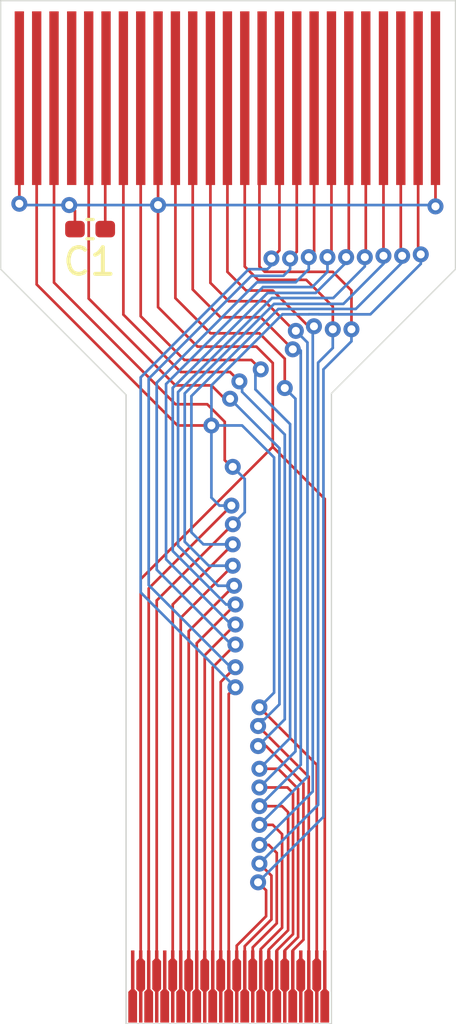
<source format=kicad_pcb>
(kicad_pcb (version 20241229) (generator "pcbnew") (generator_version "9.0")
  (layers (0 "F.Cu" signal) (2 "B.Cu" signal) (13 "F.Paste" user) (15 "B.Paste" user) (5 "F.SilkS" user "F.Silkscreen") (7 "B.SilkS" user "B.Silkscreen") (1 "F.Mask" user) (3 "B.Mask" user) (25 "Edge.Cuts" user))
  (net 0 "")
  (net 1 "/D5")
  (net 2 "/RES")
  (net 3 "/CS")
  (net 4 "/D6")
  (net 5 "/DC")
  (net 6 "Net-(J2-Pin_6)")
  (net 7 "/RD")
  (net 8 "/VCC")
  (net 9 "/D3")
  (net 10 "/VCOMH")
  (net 11 "/D4")
  (net 12 "/VSS")
  (net 13 "/D0")
  (net 14 "/D2")
  (net 15 "/BS1")
  (net 16 "/BS2")
  (net 17 "/D1")
  (net 18 "/D7")
  (net 19 "/IREF")
  (net 20 "/RW")
  (net 23 "/BS0")
  (net 24 "/VREF")
  (net 25 "/VCI")
  (footprint "SSD_disp:FFC25_0.3" (layer "F.Cu") (at 137.15 86.25 180)
    (property "Reference" "J1" (at 0 0 0) (layer "F.SilkS") (effects (font (size 0.001 0.001) (thickness 0.00025))))
    (property "Value" "TO_A1000")
    (pad "1" smd custom (at 7.2 0 180) (size 0.13 1.5) (layers "F.Cu" "F.Mask" "F.Paste") (options (clearance outline) (anchor rect)) (primitives (gr_poly (pts (xy -0.165 -1.95) (xy 0.165 -1.95) (xy 0.165 -0.8) (xy 0.065 -0.7) (xy 0.065 0.75) (xy -0.065 0.75) (xy -0.065 -0.7) (xy -0.165 -0.8) (xy -0.165 -1.95)) (width 0) (fill yes))))
    (pad "2" smd custom (at 6.9 0.6 180) (size 0.13 0.3) (layers "F.Cu" "F.Mask" "F.Paste") (net 12 "/VSS") (options (clearance outline) (anchor rect)) (primitives (gr_poly (pts (xy -0.065 -1.4) (xy -0.065 -2.55) (xy 0.065 -2.55) (xy 0.065 -1.4) (xy 0.165 -1.3) (xy 0.165 -0.25) (xy 0.065 -0.15) (xy 0.065 0.15) (xy -0.065 0.15) (xy -0.065 -0.15) (xy -0.165 -0.25) (xy -0.165 -1.3) (xy -0.065 -1.4)) (width 0) (fill yes))))
    (pad "3" smd custom (at 6.6 0 180) (size 0.13 1.5) (layers "F.Cu" "F.Mask" "F.Paste") (net 8 "/VCC") (options (clearance outline) (anchor rect)) (primitives (gr_poly (pts (xy -0.165 -1.95) (xy 0.165 -1.95) (xy 0.165 -0.8) (xy 0.065 -0.7) (xy 0.065 0.75) (xy -0.065 0.75) (xy -0.065 -0.7) (xy -0.165 -0.8) (xy -0.165 -1.95)) (width 0) (fill yes))))
    (pad "4" smd custom (at 6.3 0.6 180) (size 0.13 0.3) (layers "F.Cu" "F.Mask" "F.Paste") (net 10 "/VCOMH") (options (clearance outline) (anchor rect)) (primitives (gr_poly (pts (xy -0.065 -1.4) (xy -0.065 -2.55) (xy 0.065 -2.55) (xy 0.065 -1.4) (xy 0.165 -1.3) (xy 0.165 -0.25) (xy 0.065 -0.15) (xy 0.065 0.15) (xy -0.065 0.15) (xy -0.065 -0.15) (xy -0.165 -0.25) (xy -0.165 -1.3) (xy -0.065 -1.4)) (width 0) (fill yes))))
    (pad "5" smd custom (at 6 0 180) (size 0.13 1.5) (layers "F.Cu" "F.Mask" "F.Paste") (net 24 "/VREF") (options (clearance outline) (anchor rect)) (primitives (gr_poly (pts (xy -0.165 -1.95) (xy 0.165 -1.95) (xy 0.165 -0.8) (xy 0.065 -0.7) (xy 0.065 0.75) (xy -0.065 0.75) (xy -0.065 -0.7) (xy -0.165 -0.8) (xy -0.165 -1.95)) (width 0) (fill yes))))
    (pad "6" smd custom (at 5.7 0.6 180) (size 0.13 0.3) (layers "F.Cu" "F.Mask" "F.Paste") (net 18 "/D7") (options (clearance outline) (anchor rect)) (primitives (gr_poly (pts (xy -0.065 -1.4) (xy -0.065 -2.55) (xy 0.065 -2.55) (xy 0.065 -1.4) (xy 0.165 -1.3) (xy 0.165 -0.25) (xy 0.065 -0.15) (xy 0.065 0.15) (xy -0.065 0.15) (xy -0.065 -0.15) (xy -0.165 -0.25) (xy -0.165 -1.3) (xy -0.065 -1.4)) (width 0) (fill yes))))
    (pad "7" smd custom (at 5.4 0 180) (size 0.13 1.5) (layers "F.Cu" "F.Mask" "F.Paste") (net 4 "/D6") (options (clearance outline) (anchor rect)) (primitives (gr_poly (pts (xy -0.165 -1.95) (xy 0.165 -1.95) (xy 0.165 -0.8) (xy 0.065 -0.7) (xy 0.065 0.75) (xy -0.065 0.75) (xy -0.065 -0.7) (xy -0.165 -0.8) (xy -0.165 -1.95)) (width 0) (fill yes))))
    (pad "8" smd custom (at 5.1 0.6 180) (size 0.13 0.3) (layers "F.Cu" "F.Mask" "F.Paste") (net 1 "/D5") (options (clearance outline) (anchor rect)) (primitives (gr_poly (pts (xy -0.065 -1.4) (xy -0.065 -2.55) (xy 0.065 -2.55) (xy 0.065 -1.4) (xy 0.165 -1.3) (xy 0.165 -0.25) (xy 0.065 -0.15) (xy 0.065 0.15) (xy -0.065 0.15) (xy -0.065 -0.15) (xy -0.165 -0.25) (xy -0.165 -1.3) (xy -0.065 -1.4)) (width 0) (fill yes))))
    (pad "9" smd custom (at 4.8 0 180) (size 0.13 1.5) (layers "F.Cu" "F.Mask" "F.Paste") (net 11 "/D4") (options (clearance outline) (anchor rect)) (primitives (gr_poly (pts (xy -0.165 -1.95) (xy 0.165 -1.95) (xy 0.165 -0.8) (xy 0.065 -0.7) (xy 0.065 0.75) (xy -0.065 0.75) (xy -0.065 -0.7) (xy -0.165 -0.8) (xy -0.165 -1.95)) (width 0) (fill yes))))
    (pad "10" smd custom (at 4.5 0.6 180) (size 0.13 0.3) (layers "F.Cu" "F.Mask" "F.Paste") (net 9 "/D3") (options (clearance outline) (anchor rect)) (primitives (gr_poly (pts (xy -0.065 -1.4) (xy -0.065 -2.55) (xy 0.065 -2.55) (xy 0.065 -1.4) (xy 0.165 -1.3) (xy 0.165 -0.25) (xy 0.065 -0.15) (xy 0.065 0.15) (xy -0.065 0.15) (xy -0.065 -0.15) (xy -0.165 -0.25) (xy -0.165 -1.3) (xy -0.065 -1.4)) (width 0) (fill yes))))
    (pad "11" smd custom (at 4.2 0 180) (size 0.13 1.5) (layers "F.Cu" "F.Mask" "F.Paste") (net 14 "/D2") (options (clearance outline) (anchor rect)) (primitives (gr_poly (pts (xy -0.165 -1.95) (xy 0.165 -1.95) (xy 0.165 -0.8) (xy 0.065 -0.7) (xy 0.065 0.75) (xy -0.065 0.75) (xy -0.065 -0.7) (xy -0.165 -0.8) (xy -0.165 -1.95)) (width 0) (fill yes))))
    (pad "12" smd custom (at 3.9 0.6 180) (size 0.13 0.3) (layers "F.Cu" "F.Mask" "F.Paste") (net 17 "/D1") (options (clearance outline) (anchor rect)) (primitives (gr_poly (pts (xy -0.065 -1.4) (xy -0.065 -2.55) (xy 0.065 -2.55) (xy 0.065 -1.4) (xy 0.165 -1.3) (xy 0.165 -0.25) (xy 0.065 -0.15) (xy 0.065 0.15) (xy -0.065 0.15) (xy -0.065 -0.15) (xy -0.165 -0.25) (xy -0.165 -1.3) (xy -0.065 -1.4)) (width 0) (fill yes))))
    (pad "13" smd custom (at 3.6 0 180) (size 0.13 1.5) (layers "F.Cu" "F.Mask" "F.Paste") (net 13 "/D0") (options (clearance outline) (anchor rect)) (primitives (gr_poly (pts (xy -0.165 -1.95) (xy 0.165 -1.95) (xy 0.165 -0.8) (xy 0.065 -0.7) (xy 0.065 0.75) (xy -0.065 0.75) (xy -0.065 -0.7) (xy -0.165 -0.8) (xy -0.165 -1.95)) (width 0) (fill yes))))
    (pad "14" smd custom (at 3.3 0.6 180) (size 0.13 0.3) (layers "F.Cu" "F.Mask" "F.Paste") (net 7 "/RD") (options (clearance outline) (anchor rect)) (primitives (gr_poly (pts (xy -0.065 -1.4) (xy -0.065 -2.55) (xy 0.065 -2.55) (xy 0.065 -1.4) (xy 0.165 -1.3) (xy 0.165 -0.25) (xy 0.065 -0.15) (xy 0.065 0.15) (xy -0.065 0.15) (xy -0.065 -0.15) (xy -0.165 -0.25) (xy -0.165 -1.3) (xy -0.065 -1.4)) (width 0) (fill yes))))
    (pad "15" smd custom (at 3 0 180) (size 0.13 1.5) (layers "F.Cu" "F.Mask" "F.Paste") (net 20 "/RW") (options (clearance outline) (anchor rect)) (primitives (gr_poly (pts (xy -0.165 -1.95) (xy 0.165 -1.95) (xy 0.165 -0.8) (xy 0.065 -0.7) (xy 0.065 0.75) (xy -0.065 0.75) (xy -0.065 -0.7) (xy -0.165 -0.8) (xy -0.165 -1.95)) (width 0) (fill yes))))
    (pad "16" smd custom (at 2.7 0.6 180) (size 0.13 0.3) (layers "F.Cu" "F.Mask" "F.Paste") (net 5 "/DC") (options (clearance outline) (anchor rect)) (primitives (gr_poly (pts (xy -0.065 -1.4) (xy -0.065 -2.55) (xy 0.065 -2.55) (xy 0.065 -1.4) (xy 0.165 -1.3) (xy 0.165 -0.25) (xy 0.065 -0.15) (xy 0.065 0.15) (xy -0.065 0.15) (xy -0.065 -0.15) (xy -0.165 -0.25) (xy -0.165 -1.3) (xy -0.065 -1.4)) (width 0) (fill yes))))
    (pad "17" smd custom (at 2.4 0 180) (size 0.13 1.5) (layers "F.Cu" "F.Mask" "F.Paste") (net 2 "/RES") (options (clearance outline) (anchor rect)) (primitives (gr_poly (pts (xy -0.165 -1.95) (xy 0.165 -1.95) (xy 0.165 -0.8) (xy 0.065 -0.7) (xy 0.065 0.75) (xy -0.065 0.75) (xy -0.065 -0.7) (xy -0.165 -0.8) (xy -0.165 -1.95)) (width 0) (fill yes))))
    (pad "18" smd custom (at 2.1 0.6 180) (size 0.13 0.3) (layers "F.Cu" "F.Mask" "F.Paste") (net 3 "/CS") (options (clearance outline) (anchor rect)) (primitives (gr_poly (pts (xy -0.065 -1.4) (xy -0.065 -2.55) (xy 0.065 -2.55) (xy 0.065 -1.4) (xy 0.165 -1.3) (xy 0.165 -0.25) (xy 0.065 -0.15) (xy 0.065 0.15) (xy -0.065 0.15) (xy -0.065 -0.15) (xy -0.165 -0.25) (xy -0.165 -1.3) (xy -0.065 -1.4)) (width 0) (fill yes))))
    (pad "19" smd custom (at 1.8 0 180) (size 0.13 1.5) (layers "F.Cu" "F.Mask" "F.Paste") (net 19 "/IREF") (options (clearance outline) (anchor rect)) (primitives (gr_poly (pts (xy -0.165 -1.95) (xy 0.165 -1.95) (xy 0.165 -0.8) (xy 0.065 -0.7) (xy 0.065 0.75) (xy -0.065 0.75) (xy -0.065 -0.7) (xy -0.165 -0.8) (xy -0.165 -1.95)) (width 0) (fill yes))))
    (pad "20" smd custom (at 1.5 0.6 180) (size 0.13 0.3) (layers "F.Cu" "F.Mask" "F.Paste") (net 16 "/BS2") (options (clearance outline) (anchor rect)) (primitives (gr_poly (pts (xy -0.065 -1.4) (xy -0.065 -2.55) (xy 0.065 -2.55) (xy 0.065 -1.4) (xy 0.165 -1.3) (xy 0.165 -0.25) (xy 0.065 -0.15) (xy 0.065 0.15) (xy -0.065 0.15) (xy -0.065 -0.15) (xy -0.165 -0.25) (xy -0.165 -1.3) (xy -0.065 -1.4)) (width 0) (fill yes))))
    (pad "21" smd custom (at 1.2 0 180) (size 0.13 1.5) (layers "F.Cu" "F.Mask" "F.Paste") (net 15 "/BS1") (options (clearance outline) (anchor rect)) (primitives (gr_poly (pts (xy -0.165 -1.95) (xy 0.165 -1.95) (xy 0.165 -0.8) (xy 0.065 -0.7) (xy 0.065 0.75) (xy -0.065 0.75) (xy -0.065 -0.7) (xy -0.165 -0.8) (xy -0.165 -1.95)) (width 0) (fill yes))))
    (pad "22" smd custom (at 0.9 0.6 180) (size 0.13 0.3) (layers "F.Cu" "F.Mask" "F.Paste") (net 23 "/BS0") (options (clearance outline) (anchor rect)) (primitives (gr_poly (pts (xy -0.065 -1.4) (xy -0.065 -2.55) (xy 0.065 -2.55) (xy 0.065 -1.4) (xy 0.165 -1.3) (xy 0.165 -0.25) (xy 0.065 -0.15) (xy 0.065 0.15) (xy -0.065 0.15) (xy -0.065 -0.15) (xy -0.165 -0.25) (xy -0.165 -1.3) (xy -0.065 -1.4)) (width 0) (fill yes))))
    (pad "23" smd custom (at 0.6 0 180) (size 0.13 1.5) (layers "F.Cu" "F.Mask" "F.Paste") (net 25 "/VCI") (options (clearance outline) (anchor rect)) (primitives (gr_poly (pts (xy -0.165 -1.95) (xy 0.165 -1.95) (xy 0.165 -0.8) (xy 0.065 -0.7) (xy 0.065 0.75) (xy -0.065 0.75) (xy -0.065 -0.7) (xy -0.165 -0.8) (xy -0.165 -1.95)) (width 0) (fill yes))))
    (pad "24" smd custom (at 0.3 0.6 180) (size 0.13 0.3) (layers "F.Cu" "F.Mask" "F.Paste") (net 8 "/VCC") (options (clearance outline) (anchor rect)) (primitives (gr_poly (pts (xy -0.065 -1.4) (xy -0.065 -2.55) (xy 0.065 -2.55) (xy 0.065 -1.4) (xy 0.165 -1.3) (xy 0.165 -0.25) (xy 0.065 -0.15) (xy 0.065 0.15) (xy -0.065 0.15) (xy -0.065 -0.15) (xy -0.165 -0.25) (xy -0.165 -1.3) (xy -0.065 -1.4)) (width 0) (fill yes))))
    (pad "25" smd custom (at 0 0 180) (size 0.13 1.5) (layers "F.Cu" "F.Mask" "F.Paste") (net 12 "/VSS") (options (clearance outline) (anchor rect)) (primitives (gr_poly (pts (xy -0.165 -1.95) (xy 0.165 -1.95) (xy 0.165 -0.8) (xy 0.065 -0.7) (xy 0.065 0.75) (xy -0.065 0.75) (xy -0.065 -0.7) (xy -0.165 -0.8) (xy -0.165 -1.95)) (width 0) (fill yes))))
  )
  (footprint "SSD_disp:SSD1327_ribbon" (layer "F.Cu") (at 135.85 51.35)
    (property "Reference" "J2" (hide yes))
    (property "Value" "TO_SSD1327" (hide yes))
    (pad "1" smd rect (at -10.15 2.25) (size 0.35 6.5) (layers "F.Cu" "F.Mask" "F.Paste") (net 12 "/VSS"))
    (pad "2" smd rect (at -9.5 2.25) (size 0.35 6.5) (layers "F.Cu" "F.Mask" "F.Paste") (net 8 "/VCC"))
    (pad "3" smd rect (at -8.85 2.25) (size 0.35 6.5) (layers "F.Cu" "F.Mask" "F.Paste") (net 10 "/VCOMH"))
    (pad "4" smd rect (at -8.1875 2.25) (size 0.35 6.5) (layers "F.Cu" "F.Mask" "F.Paste"))
    (pad "5" smd rect (at -7.55 2.25) (size 0.35 6.5) (layers "F.Cu" "F.Mask" "F.Paste") (net 25 "/VCI"))
    (pad "6" smd rect (at -6.9 2.25) (size 0.35 6.5) (layers "F.Cu" "F.Mask" "F.Paste") (net 6 "Net-(J2-Pin_6)"))
    (pad "7" smd rect (at -6.25 2.25) (size 0.35 6.5) (layers "F.Cu" "F.Mask" "F.Paste") (net 15 "/BS1"))
    (pad "8" smd rect (at -5.6 2.25) (size 0.35 6.5) (layers "F.Cu" "F.Mask" "F.Paste") (net 16 "/BS2"))
    (pad "9" smd rect (at -4.95 2.25) (size 0.35 6.5) (layers "F.Cu" "F.Mask" "F.Paste") (net 12 "/VSS"))
    (pad "10" smd rect (at -4.3 2.25) (size 0.35 6.5) (layers "F.Cu" "F.Mask" "F.Paste") (net 19 "/IREF"))
    (pad "11" smd rect (at -3.65 2.25) (size 0.35 6.5) (layers "F.Cu" "F.Mask" "F.Paste") (net 3 "/CS"))
    (pad "12" smd rect (at -2.9875 2.25) (size 0.35 6.5) (layers "F.Cu" "F.Mask" "F.Paste") (net 2 "/RES"))
    (pad "13" smd rect (at -2.35 2.25) (size 0.35 6.5) (layers "F.Cu" "F.Mask" "F.Paste") (net 5 "/DC"))
    (pad "14" smd rect (at -1.7 2.25) (size 0.35 6.5) (layers "F.Cu" "F.Mask" "F.Paste") (net 20 "/RW"))
    (pad "15" smd rect (at -1.05 2.25) (size 0.35 6.5) (layers "F.Cu" "F.Mask" "F.Paste") (net 7 "/RD"))
    (pad "16" smd rect (at -0.4 2.25) (size 0.35 6.5) (layers "F.Cu" "F.Mask" "F.Paste") (net 13 "/D0"))
    (pad "17" smd rect (at 0.25 2.25) (size 0.35 6.5) (layers "F.Cu" "F.Mask" "F.Paste") (net 17 "/D1"))
    (pad "18" smd rect (at 0.9 2.25) (size 0.35 6.5) (layers "F.Cu" "F.Mask" "F.Paste") (net 14 "/D2"))
    (pad "19" smd rect (at 1.55 2.25) (size 0.35 6.5) (layers "F.Cu" "F.Mask" "F.Paste") (net 9 "/D3"))
    (pad "20" smd rect (at 2.2 2.25) (size 0.35 6.5) (layers "F.Cu" "F.Mask" "F.Paste") (net 11 "/D4"))
    (pad "21" smd rect (at 2.8375 2.25) (size 0.35 6.5) (layers "F.Cu" "F.Mask" "F.Paste") (net 1 "/D5"))
    (pad "22" smd rect (at 3.5 2.25) (size 0.35 6.5) (layers "F.Cu" "F.Mask" "F.Paste") (net 4 "/D6"))
    (pad "23" smd rect (at 4.15 2.25) (size 0.35 6.5) (layers "F.Cu" "F.Mask" "F.Paste") (net 18 "/D7"))
    (pad "24" smd rect (at 4.8 2.25) (size 0.35 6.5) (layers "F.Cu" "F.Mask" "F.Paste") (net 8 "/VCC"))
    (pad "25" smd rect (at 5.45 2.25) (size 0.35 6.5) (layers "F.Cu" "F.Mask" "F.Paste") (net 12 "/VSS"))
  )
  (footprint "Capacitor_SMD:C_0402_1005Metric_Pad0.74x0.62mm_HandSolder" (layer "F.Cu") (at 128.3525 58.5)
    (property "Reference" "C1" (at -0.0225 1.22 0) (layer "F.SilkS"))
    (property "Value" "1uF")
    (fp_line (start -0.115835 -0.36) (end 0.115835 -0.36) (stroke (width 0.12)) (layer "F.SilkS"))
    (fp_line (start -0.115835 0.36) (end 0.115835 0.36) (stroke (width 0.12)) (layer "F.SilkS"))
    (pad "1" smd roundrect (at -0.5675 0) (size 0.735 0.62) (layers "F.Cu" "F.Mask" "F.Paste") (net 12 "/VSS"))
    (pad "2" smd roundrect (at 0.5675 0) (size 0.735 0.62) (layers "F.Cu" "F.Mask" "F.Paste") (net 6 "Net-(J2-Pin_6)"))
  )
  (gr_line (start 142.05 60) (end 137.4 64.65) (stroke (width 0.05)) (layer "Edge.Cuts"))
  (gr_line (start 125 49.95) (end 142.05 49.95) (stroke (width 0.05)) (layer "Edge.Cuts"))
  (gr_line (start 137.4 64.65) (end 137.4 88.25) (stroke (width 0.05)) (layer "Edge.Cuts"))
  (gr_line (start 125 49.95) (end 125 60) (stroke (width 0.05)) (layer "Edge.Cuts"))
  (gr_line (start 125 60) (end 129.7 64.7) (stroke (width 0.05)) (layer "Edge.Cuts"))
  (gr_line (start 142.05 49.95) (end 142.05 60) (stroke (width 0.05)) (layer "Edge.Cuts"))
  (gr_line (start 137.4 88.25) (end 129.7 88.25) (stroke (width 0.05)) (layer "Edge.Cuts"))
  (gr_line (start 129.7 88.25) (end 129.7 64.7) (stroke (width 0.05)) (layer "Edge.Cuts"))
  (segment (start 132.05 85.65) (end 132.05 73.55) (width 0.1) (layer "F.Cu") (net 1))
  (segment (start 132.05 73.55) (end 133.75 71.85) (width 0.1) (layer "F.Cu") (net 1))
  (segment (start 138.6875 59.512509) (end 138.6875 53.6) (width 0.1) (layer "F.Cu") (net 1))
  (segment (start 138.650009 59.55) (end 138.6875 59.512509) (width 0.1) (layer "F.Cu") (net 1))
  (via (at 138.650009 59.55) (size 0.6) (drill 0.3) (layers "F.Cu" "B.Cu") (net 1))
  (via (at 133.75 71.85) (size 0.6) (drill 0.3) (layers "F.Cu" "B.Cu") (net 1))
  (segment (start 137.47 61.08) (end 138.650009 59.899991) (width 0.1) (layer "B.Cu") (net 1))
  (segment (start 133.148601 71.85) (end 131.65 70.351399) (width 0.1) (layer "B.Cu") (net 1))
  (segment (start 135.17 61.08) (end 137.47 61.08) (width 0.1) (layer "B.Cu") (net 1))
  (segment (start 131.65 70.351399) (end 131.65 64.6) (width 0.1) (layer "B.Cu") (net 1))
  (segment (start 133.75 71.85) (end 133.148601 71.85) (width 0.1) (layer "B.Cu") (net 1))
  (segment (start 138.650009 59.899991) (end 138.650009 59.55) (width 0.1) (layer "B.Cu") (net 1))
  (segment (start 131.65 64.6) (end 135.17 61.08) (width 0.1) (layer "B.Cu") (net 1))
  (segment (start 136.06508 62.309522) (end 136.009522 62.309522) (width 0.1) (layer "F.Cu") (net 2))
  (segment (start 134.75 86.25) (end 134.75 85.45) (width 0.1) (layer "F.Cu") (net 2))
  (segment (start 136.009522 62.309522) (end 134.9 61.2) (width 0.1) (layer "F.Cu") (net 2))
  (segment (start 134.9 61.2) (end 133.55 61.2) (width 0.1) (layer "F.Cu") (net 2))
  (segment (start 135.55 81.15) (end 135.2 80.8) (width 0.1) (layer "F.Cu") (net 2))
  (segment (start 132.8625 60.5125) (end 132.8625 53.6) (width 0.1) (layer "F.Cu") (net 2))
  (segment (start 134.75 85.45) (end 135.55 84.65) (width 0.1) (layer "F.Cu") (net 2))
  (segment (start 135.55 84.65) (end 135.55 81.15) (width 0.1) (layer "F.Cu") (net 2))
  (segment (start 133.55 61.2) (end 132.8625 60.5125) (width 0.1) (layer "F.Cu") (net 2))
  (segment (start 135.2 80.8) (end 134.7 80.8) (width 0.1) (layer "F.Cu") (net 2))
  (via (at 134.7 80.8) (size 0.6) (drill 0.3) (layers "F.Cu" "B.Cu") (net 2))
  (via (at 136.06508 62.309522) (size 0.6) (drill 0.3) (layers "F.Cu" "B.Cu") (net 2))
  (segment (start 136.235557 62.139045) (end 136.235557 62.479999) (width 0.1) (layer "B.Cu") (net 2))
  (segment (start 136.235557 62.479999) (end 136.5 62.744442) (width 0.1) (layer "B.Cu") (net 2))
  (segment (start 136.5 79) (end 134.7 80.8) (width 0.1) (layer "B.Cu") (net 2))
  (segment (start 136.5 62.744442) (end 136.5 79) (width 0.1) (layer "B.Cu") (net 2))
  (segment (start 136.06508 62.309522) (end 136.235557 62.139045) (width 0.1) (layer "B.Cu") (net 2))
  (segment (start 135.775 80.325) (end 135.55 80.1) (width 0.1) (layer "F.Cu") (net 3))
  (segment (start 132.2 60.759844) (end 132.2 53.6) (width 0.1) (layer "F.Cu") (net 3))
  (segment (start 134.75 61.8) (end 133.240156 61.8) (width 0.1) (layer "F.Cu") (net 3))
  (segment (start 133.240156 61.8) (end 132.2 60.759844) (width 0.1) (layer "F.Cu") (net 3))
  (segment (start 135.95 63) (end 134.75 61.8) (width 0.1) (layer "F.Cu") (net 3))
  (segment (start 135.775 84.745) (end 135.775 80.325) (width 0.1) (layer "F.Cu") (net 3))
  (segment (start 135.05 85.47) (end 135.775 84.745) (width 0.1) (layer "F.Cu") (net 3))
  (segment (start 135.55 80.1) (end 134.7 80.1) (width 0.1) (layer "F.Cu") (net 3))
  (segment (start 135.05 85.65) (end 135.05 85.47) (width 0.1) (layer "F.Cu") (net 3))
  (via (at 135.95 63) (size 0.6) (drill 0.3) (layers "F.Cu" "B.Cu") (net 3))
  (via (at 134.7 80.1) (size 0.6) (drill 0.3) (layers "F.Cu" "B.Cu") (net 3))
  (segment (start 135.95 63) (end 136.2 63) (width 0.1) (layer "B.Cu") (net 3))
  (segment (start 136.2 63) (end 136.25 63.05) (width 0.1) (layer "B.Cu") (net 3))
  (segment (start 136.25 78.55) (end 134.7 80.1) (width 0.1) (layer "B.Cu") (net 3))
  (segment (start 136.25 63.05) (end 136.25 78.55) (width 0.1) (layer "B.Cu") (net 3))
  (segment (start 131.75 86.25) (end 131.75 73.05) (width 0.1) (layer "F.Cu") (net 4))
  (segment (start 139.35 59.5) (end 139.35 53.6) (width 0.1) (layer "F.Cu") (net 4))
  (segment (start 131.75 73.05) (end 133.7 71.1) (width 0.1) (layer "F.Cu") (net 4))
  (via (at 133.7 71.1) (size 0.6) (drill 0.3) (layers "F.Cu" "B.Cu") (net 4))
  (via (at 139.35 59.5) (size 0.6) (drill 0.3) (layers "F.Cu" "B.Cu") (net 4))
  (segment (start 132.8 71.1) (end 131.9 70.2) (width 0.1) (layer "B.Cu") (net 4))
  (segment (start 137.85 61.3) (end 139.35 59.8) (width 0.1) (layer "B.Cu") (net 4))
  (segment (start 131.9 64.65) (end 135.25 61.3) (width 0.1) (layer "B.Cu") (net 4))
  (segment (start 135.25 61.3) (end 137.85 61.3) (width 0.1) (layer "B.Cu") (net 4))
  (segment (start 133.7 71.1) (end 132.8 71.1) (width 0.1) (layer "B.Cu") (net 4))
  (segment (start 139.35 59.8) (end 139.35 59.5) (width 0.1) (layer "B.Cu") (net 4))
  (segment (start 131.9 70.2) (end 131.9 64.65) (width 0.1) (layer "B.Cu") (net 4))
  (segment (start 134.45 85.385) (end 135.35 84.485) (width 0.1) (layer "F.Cu") (net 5))
  (segment (start 136.743982 62.13895) (end 136.53895 62.13895) (width 0.1) (layer "F.Cu") (net 5))
  (segment (start 134.2 60.8) (end 133.5 60.1) (width 0.1) (layer "F.Cu") (net 5))
  (segment (start 136.53895 62.13895) (end 135.2 60.8) (width 0.1) (layer "F.Cu") (net 5))
  (segment (start 135.35 84.485) (end 135.35 81.85) (width 0.1) (layer "F.Cu") (net 5))
  (segment (start 134.45 85.65) (end 134.45 85.385) (width 0.1) (layer "F.Cu") (net 5))
  (segment (start 133.5 60.1) (end 133.5 53.6) (width 0.1) (layer "F.Cu") (net 5))
  (segment (start 135.05 81.55) (end 134.7 81.55) (width 0.1) (layer "F.Cu") (net 5))
  (segment (start 135.2 60.8) (end 134.2 60.8) (width 0.1) (layer "F.Cu") (net 5))
  (segment (start 135.35 81.85) (end 135.05 81.55) (width 0.1) (layer "F.Cu") (net 5))
  (via (at 136.743982 62.13895) (size 0.6) (drill 0.3) (layers "F.Cu" "B.Cu") (net 5))
  (via (at 134.7 81.55) (size 0.6) (drill 0.3) (layers "F.Cu" "B.Cu") (net 5))
  (segment (start 136.7 79.55) (end 134.7 81.55) (width 0.1) (layer "B.Cu") (net 5))
  (segment (start 136.7 62.182932) (end 136.7 79.55) (width 0.1) (layer "B.Cu") (net 5))
  (segment (start 136.743982 62.13895) (end 136.7 62.182932) (width 0.1) (layer "B.Cu") (net 5))
  (segment (start 128.89 53.66) (end 128.95 53.6) (width 0.1) (layer "F.Cu") (net 6))
  (segment (start 128.92 58.5) (end 128.92 53.63) (width 0.1) (layer "F.Cu") (net 6))
  (segment (start 128.92 53.63) (end 128.95 53.6) (width 0.1) (layer "F.Cu") (net 6))
  (segment (start 138.15 60.8) (end 137.45 60.1) (width 0.1) (layer "F.Cu") (net 7))
  (segment (start 134.95 84.22) (end 134.95 83.25) (width 0.1) (layer "F.Cu") (net 7))
  (segment (start 134.7 59.9) (end 134.7 53.7) (width 0.1) (layer "F.Cu") (net 7))
  (segment (start 134.7 53.7) (end 134.8 53.6) (width 0.1) (layer "F.Cu") (net 7))
  (segment (start 137.45 60.1) (end 134.9 60.1) (width 0.1) (layer "F.Cu") (net 7))
  (segment (start 134.95 83.25) (end 134.65 82.95) (width 0.1) (layer "F.Cu") (net 7))
  (segment (start 138.15 62.25) (end 138.15 60.8) (width 0.1) (layer "F.Cu") (net 7))
  (segment (start 134.9 60.1) (end 134.7 59.9) (width 0.1) (layer "F.Cu") (net 7))
  (segment (start 133.85 85.65) (end 133.85 85.32) (width 0.1) (layer "F.Cu") (net 7))
  (segment (start 133.85 85.32) (end 134.95 84.22) (width 0.1) (layer "F.Cu") (net 7))
  (via (at 138.15 62.25) (size 0.6) (drill 0.3) (layers "F.Cu" "B.Cu") (net 7))
  (via (at 134.65 82.95) (size 0.6) (drill 0.3) (layers "F.Cu" "B.Cu") (net 7))
  (segment (start 137.1 80.5) (end 134.65 82.95) (width 0.1) (layer "B.Cu") (net 7))
  (segment (start 138.15 62.7) (end 137.1 63.75) (width 0.1) (layer "B.Cu") (net 7))
  (segment (start 137.1 63.75) (end 137.1 80.5) (width 0.1) (layer "B.Cu") (net 7))
  (segment (start 138.15 62.25) (end 138.15 62.7) (width 0.1) (layer "B.Cu") (net 7))
  (segment (start 126.35 60.570768) (end 126.35 53.6) (width 0.1) (layer "F.Cu") (net 8))
  (segment (start 132.9 65.85) (end 131.629232 65.85) (width 0.1) (layer "F.Cu") (net 8))
  (segment (start 130.55 86.25) (end 130.55 71.95) (width 0.1) (layer "F.Cu") (net 8))
  (segment (start 130.55 71.95) (end 133.65 68.85) (width 0.1) (layer "F.Cu") (net 8))
  (segment (start 140.65 59.348369) (end 140.747943 59.446312) (width 0.1) (layer "F.Cu") (net 8))
  (segment (start 136.85 78.55) (end 134.7 76.4) (width 0.1) (layer "F.Cu") (net 8))
  (segment (start 140.65 53.6) (end 140.65 59.348369) (width 0.1) (layer "F.Cu") (net 8))
  (segment (start 126.388293 53.638293) (end 126.35 53.6) (width 0.1) (layer "F.Cu") (net 8))
  (segment (start 136.85 85.65) (end 136.85 78.55) (width 0.1) (layer "F.Cu") (net 8))
  (segment (start 131.629232 65.85) (end 126.35 60.570768) (width 0.1) (layer "F.Cu") (net 8))
  (via (at 134.7 76.4) (size 0.6) (drill 0.3) (layers "F.Cu" "B.Cu") (net 8))
  (via (at 140.747943 59.446312) (size 0.6) (drill 0.3) (layers "F.Cu" "B.Cu") (net 8))
  (via (at 132.9 65.85) (size 0.6) (drill 0.3) (layers "F.Cu" "B.Cu") (net 8))
  (via (at 133.65 68.85) (size 0.6) (drill 0.3) (layers "F.Cu" "B.Cu") (net 8))
  (segment (start 133.65 68.85) (end 133.2 68.85) (width 0.1) (layer "B.Cu") (net 8))
  (segment (start 132.9 65.85) (end 134.05 65.85) (width 0.1) (layer "B.Cu") (net 8))
  (segment (start 134.05 65.85) (end 135.25 67.05) (width 0.1) (layer "B.Cu") (net 8))
  (segment (start 136.932843 61.69) (end 138.86 61.69) (width 0.1) (layer "B.Cu") (net 8))
  (segment (start 140.75 59.8) (end 140.75 59.446312) (width 0.1) (layer "B.Cu") (net 8))
  (segment (start 140.75 59.446312) (end 140.747943 59.446312) (width 0.1) (layer "B.Cu") (net 8))
  (segment (start 135.25 75.85) (end 134.7 76.4) (width 0.1) (layer "B.Cu") (net 8))
  (segment (start 133.2 68.85) (end 132.9 68.55) (width 0.1) (layer "B.Cu") (net 8))
  (segment (start 138.86 61.69) (end 140.75 59.8) (width 0.1) (layer "B.Cu") (net 8))
  (segment (start 135.25 67.05) (end 135.25 75.85) (width 0.1) (layer "B.Cu") (net 8))
  (segment (start 136.557171 61.68795) (end 136.930793 61.68795) (width 0.1) (layer "B.Cu") (net 8))
  (segment (start 132.9 68.55) (end 132.9 64.35) (width 0.1) (layer "B.Cu") (net 8))
  (segment (start 135.56 61.69) (end 136.555121 61.69) (width 0.1) (layer "B.Cu") (net 8))
  (segment (start 132.9 64.35) (end 135.56 61.69) (width 0.1) (layer "B.Cu") (net 8))
  (segment (start 136.555121 61.69) (end 136.557171 61.68795) (width 0.1) (layer "B.Cu") (net 8))
  (segment (start 136.930793 61.68795) (end 136.932843 61.69) (width 0.1) (layer "B.Cu") (net 8))
  (segment (start 132.65 85.65) (end 132.65 74.45) (width 0.1) (layer "F.Cu") (net 9))
  (segment (start 137.4 59.400003) (end 137.4 53.6) (width 0.1) (layer "F.Cu") (net 9))
  (segment (start 132.65 74.45) (end 133.8 73.3) (width 0.1) (layer "F.Cu") (net 9))
  (segment (start 137.250003 59.55) (end 137.4 59.400003) (width 0.1) (layer "F.Cu") (net 9))
  (via (at 133.8 73.3) (size 0.6) (drill 0.3) (layers "F.Cu" "B.Cu") (net 9))
  (via (at 137.250003 59.55) (size 0.6) (drill 0.3) (layers "F.Cu" "B.Cu") (net 9))
  (segment (start 131.2 70.859735) (end 131.2 64.3) (width 0.1) (layer "B.Cu") (net 9))
  (segment (start 136.68 60.67) (end 137.250003 60.099997) (width 0.1) (layer "B.Cu") (net 9))
  (segment (start 133.8 73.3) (end 133.640265 73.3) (width 0.1) (layer "B.Cu") (net 9))
  (segment (start 137.250003 60.099997) (end 137.250003 59.55) (width 0.1) (layer "B.Cu") (net 9))
  (segment (start 131.2 64.3) (end 134.83 60.67) (width 0.1) (layer "B.Cu") (net 9))
  (segment (start 134.83 60.67) (end 136.68 60.67) (width 0.1) (layer "B.Cu") (net 9))
  (segment (start 133.640265 73.3) (end 131.2 70.859735) (width 0.1) (layer "B.Cu") (net 9))
  (segment (start 132.743905 65.056094) (end 133.4 65.712189) (width 0.1) (layer "F.Cu") (net 10))
  (segment (start 131.556094 65.056094) (end 132.743905 65.056094) (width 0.1) (layer "F.Cu") (net 10))
  (segment (start 127 60.5) (end 131.556094 65.056094) (width 0.1) (layer "F.Cu") (net 10))
  (segment (start 127 53.6) (end 127 60.5) (width 0.1) (layer "F.Cu") (net 10))
  (segment (start 130.85 72.401628) (end 133.703688 69.54794) (width 0.1) (layer "F.Cu") (net 10))
  (segment (start 133.65 67.4) (end 133.7 67.4) (width 0.1) (layer "F.Cu") (net 10))
  (segment (start 130.85 85.65) (end 130.85 72.401628) (width 0.1) (layer "F.Cu") (net 10))
  (segment (start 133.4 65.712189) (end 133.4 67.15) (width 0.1) (layer "F.Cu") (net 10))
  (segment (start 133.4 67.15) (end 133.65 67.4) (width 0.1) (layer "F.Cu") (net 10))
  (via (at 133.703688 69.54794) (size 0.6) (drill 0.3) (layers "F.Cu" "B.Cu") (net 10))
  (via (at 133.7 67.4) (size 0.6) (drill 0.3) (layers "F.Cu" "B.Cu") (net 10))
  (segment (start 134.15 69.101628) (end 133.703688 69.54794) (width 0.1) (layer "B.Cu") (net 10))
  (segment (start 133.7 67.4) (end 134.15 67.85) (width 0.1) (layer "B.Cu") (net 10))
  (segment (start 134.15 67.85) (end 134.15 69.101628) (width 0.1) (layer "B.Cu") (net 10))
  (segment (start 132.35 86.25) (end 132.35 74) (width 0.1) (layer "F.Cu") (net 11))
  (segment (start 132.35 74) (end 133.8 72.55) (width 0.1) (layer "F.Cu") (net 11))
  (segment (start 138.05 59.450006) (end 138.05 53.6) (width 0.1) (layer "F.Cu") (net 11))
  (segment (start 137.950006 59.55) (end 138.05 59.450006) (width 0.1) (layer "F.Cu") (net 11))
  (via (at 133.8 72.55) (size 0.6) (drill 0.3) (layers "F.Cu" "B.Cu") (net 11))
  (via (at 137.950006 59.55) (size 0.6) (drill 0.3) (layers "F.Cu" "B.Cu") (net 11))
  (segment (start 136.81 60.89) (end 137.950006 59.749994) (width 0.1) (layer "B.Cu") (net 11))
  (segment (start 133.45 72.55) (end 131.45 70.55) (width 0.1) (layer "B.Cu") (net 11))
  (segment (start 133.8 72.55) (end 133.45 72.55) (width 0.1) (layer "B.Cu") (net 11))
  (segment (start 135.003825 60.89) (end 136.81 60.89) (width 0.1) (layer "B.Cu") (net 11))
  (segment (start 131.45 70.55) (end 131.45 64.443825) (width 0.1) (layer "B.Cu") (net 11))
  (segment (start 137.950006 59.749994) (end 137.950006 59.55) (width 0.1) (layer "B.Cu") (net 11))
  (segment (start 131.45 64.443825) (end 135.003825 60.89) (width 0.1) (layer "B.Cu") (net 11))
  (segment (start 137.15 86.25) (end 137.15 68.6) (width 0.1) (layer "F.Cu") (net 12))
  (segment (start 132.378535 62.9) (end 134.587811 62.9) (width 0.1) (layer "F.Cu") (net 12))
  (segment (start 130.9 57.6) (end 130.9 53.6) (width 0.1) (layer "F.Cu") (net 12))
  (segment (start 127.785 57.815) (end 127.57 57.6) (width 0.1) (layer "F.Cu") (net 12))
  (segment (start 137.15 68.6) (end 135.2 66.65) (width 0.1) (layer "F.Cu") (net 12))
  (segment (start 127.785 58.5) (end 127.785 57.815) (width 0.1) (layer "F.Cu") (net 12))
  (segment (start 130.25 71.6) (end 130.25 85.65) (width 0.1) (layer "F.Cu") (net 12))
  (segment (start 135.2 66.65) (end 130.25 71.6) (width 0.1) (layer "F.Cu") (net 12))
  (segment (start 141.3 57.65) (end 141.3 53.6) (width 0.1) (layer "F.Cu") (net 12))
  (segment (start 125.7 57.55) (end 125.7 53.6) (width 0.1) (layer "F.Cu") (net 12))
  (segment (start 135.2 63.512189) (end 135.2 66.65) (width 0.1) (layer "F.Cu") (net 12))
  (segment (start 130.9 57.6) (end 130.9 61.421465) (width 0.1) (layer "F.Cu") (net 12))
  (segment (start 134.587811 62.9) (end 135.2 63.512189) (width 0.1) (layer "F.Cu") (net 12))
  (segment (start 130.9 61.421465) (end 132.378535 62.9) (width 0.1) (layer "F.Cu") (net 12))
  (via (at 127.57 57.6) (size 0.6) (drill 0.3) (layers "F.Cu" "B.Cu") (net 12))
  (via (at 141.3 57.65) (size 0.6) (drill 0.3) (layers "F.Cu" "B.Cu") (net 12))
  (via (at 125.7 57.55) (size 0.6) (drill 0.3) (layers "F.Cu" "B.Cu") (net 12))
  (via (at 130.9 57.6) (size 0.6) (drill 0.3) (layers "F.Cu" "B.Cu") (net 12))
  (segment (start 125.7 57.55) (end 125.85 57.55) (width 0.1) (layer "B.Cu") (net 12))
  (segment (start 125.9 57.6) (end 127.57 57.6) (width 0.1) (layer "B.Cu") (net 12))
  (segment (start 127.57 57.6) (end 141.25 57.6) (width 0.1) (layer "B.Cu") (net 12))
  (segment (start 125.85 57.55) (end 125.9 57.6) (width 0.1) (layer "B.Cu") (net 12))
  (segment (start 141.25 57.6) (end 141.3 57.65) (width 0.1) (layer "B.Cu") (net 12))
  (segment (start 133.55 75.9) (end 133.8 75.65) (width 0.1) (layer "F.Cu") (net 13))
  (segment (start 133.55 86.25) (end 133.55 75.9) (width 0.1) (layer "F.Cu") (net 13))
  (segment (start 135.45 59.3) (end 135.45 53.6) (width 0.1) (layer "F.Cu") (net 13))
  (segment (start 135.15 59.6) (end 135.45 59.3) (width 0.1) (layer "F.Cu") (net 13))
  (via (at 133.8 75.65) (size 0.6) (drill 0.3) (layers "F.Cu" "B.Cu") (net 13))
  (via (at 135.15 59.6) (size 0.6) (drill 0.3) (layers "F.Cu" "B.Cu") (net 13))
  (segment (start 134.3 60) (end 135 60) (width 0.1) (layer "B.Cu") (net 13))
  (segment (start 130.25 72.1) (end 130.25 64.05) (width 0.1) (layer "B.Cu") (net 13))
  (segment (start 133.8 75.65) (end 130.25 72.1) (width 0.1) (layer "B.Cu") (net 13))
  (segment (start 135 60) (end 135.15 59.85) (width 0.1) (layer "B.Cu") (net 13))
  (segment (start 135.15 59.85) (end 135.15 59.6) (width 0.1) (layer "B.Cu") (net 13))
  (segment (start 130.25 64.05) (end 134.3 60) (width 0.1) (layer "B.Cu") (net 13))
  (segment (start 136.75 59.35) (end 136.75 53.6) (width 0.1) (layer "F.Cu") (net 14))
  (segment (start 136.55 59.55) (end 136.75 59.35) (width 0.1) (layer "F.Cu") (net 14))
  (segment (start 132.95 74.9) (end 133.8 74.05) (width 0.1) (layer "F.Cu") (net 14))
  (segment (start 132.95 86.25) (end 132.95 74.9) (width 0.1) (layer "F.Cu") (net 14))
  (via (at 133.8 74.05) (size 0.6) (drill 0.3) (layers "F.Cu" "B.Cu") (net 14))
  (via (at 136.55 59.55) (size 0.6) (drill 0.3) (layers "F.Cu" "B.Cu") (net 14))
  (segment (start 134.61 60.49) (end 136.06 60.49) (width 0.1) (layer "B.Cu") (net 14))
  (segment (start 130.85 71.25) (end 130.85 64.25) (width 0.1) (layer "B.Cu") (net 14))
  (segment (start 133.65 74.05) (end 130.85 71.25) (width 0.1) (layer "B.Cu") (net 14))
  (segment (start 133.8 74.05) (end 133.65 74.05) (width 0.1) (layer "B.Cu") (net 14))
  (segment (start 130.85 64.25) (end 134.61 60.49) (width 0.1) (layer "B.Cu") (net 14))
  (segment (start 136.55 60) (end 136.55 59.55) (width 0.1) (layer "B.Cu") (net 14))
  (segment (start 136.06 60.49) (end 136.55 60) (width 0.1) (layer "B.Cu") (net 14))
  (segment (start 133.6 63.85) (end 131.75 63.85) (width 0.1) (layer "F.Cu") (net 15))
  (segment (start 131.75 63.85) (end 129.6 61.7) (width 0.1) (layer "F.Cu") (net 15))
  (segment (start 135.95 86.25) (end 135.95 85.5) (width 0.1) (layer "F.Cu") (net 15))
  (segment (start 133.6 63.85) (end 133.95 64.2) (width 0.1) (layer "F.Cu") (net 15))
  (segment (start 129.6 61.7) (end 129.6 53.6) (width 0.1) (layer "F.Cu") (net 15))
  (segment (start 136.35 79.25) (end 134.95 77.85) (width 0.1) (layer "F.Cu") (net 15))
  (segment (start 134.95 77.85) (end 134.65 77.85) (width 0.1) (layer "F.Cu") (net 15))
  (segment (start 135.95 85.5) (end 136.35 85.1) (width 0.1) (layer "F.Cu") (net 15))
  (segment (start 136.35 85.1) (end 136.35 79.25) (width 0.1) (layer "F.Cu") (net 15))
  (via (at 134.65 77.85) (size 0.6) (drill 0.3) (layers "F.Cu" "B.Cu") (net 15))
  (via (at 133.95 64.2) (size 0.6) (drill 0.3) (layers "F.Cu" "B.Cu") (net 15))
  (segment (start 134.05 64.3) (end 134.05 64.59) (width 0.1) (layer "B.Cu") (net 15))
  (segment (start 134.05 64.59) (end 135.65 66.19) (width 0.1) (layer "B.Cu") (net 15))
  (segment (start 135.65 76.85) (end 134.65 77.85) (width 0.1) (layer "B.Cu") (net 15))
  (segment (start 133.95 64.2) (end 134.05 64.3) (width 0.1) (layer "B.Cu") (net 15))
  (segment (start 135.65 66.19) (end 135.65 76.85) (width 0.1) (layer "B.Cu") (net 15))
  (segment (start 130.25 61.761415) (end 131.888585 63.4) (width 0.1) (layer "F.Cu") (net 16))
  (segment (start 134.4 63.4) (end 134.75 63.75) (width 0.1) (layer "F.Cu") (net 16))
  (segment (start 135.4 78.7) (end 134.7 78.7) (width 0.1) (layer "F.Cu") (net 16))
  (segment (start 136.15 85) (end 136.15 79.45) (width 0.1) (layer "F.Cu") (net 16))
  (segment (start 136.15 79.45) (end 135.4 78.7) (width 0.1) (layer "F.Cu") (net 16))
  (segment (start 135.65 85.5) (end 136.15 85) (width 0.1) (layer "F.Cu") (net 16))
  (segment (start 130.25 53.6) (end 130.25 61.761415) (width 0.1) (layer "F.Cu") (net 16))
  (segment (start 131.888585 63.4) (end 134.4 63.4) (width 0.1) (layer "F.Cu") (net 16))
  (segment (start 135.65 85.65) (end 135.65 85.5) (width 0.1) (layer "F.Cu") (net 16))
  (via (at 134.7 78.7) (size 0.6) (drill 0.3) (layers "F.Cu" "B.Cu") (net 16))
  (via (at 134.75 63.75) (size 0.6) (drill 0.3) (layers "F.Cu" "B.Cu") (net 16))
  (segment (start 134.75 63.75) (end 134.55 63.95) (width 0.1) (layer "B.Cu") (net 16))
  (segment (start 135.85 77.55) (end 134.7 78.7) (width 0.1) (layer "B.Cu") (net 16))
  (segment (start 134.55 64.5) (end 135.85 65.8) (width 0.1) (layer "B.Cu") (net 16))
  (segment (start 134.55 63.95) (end 134.55 64.5) (width 0.1) (layer "B.Cu") (net 16))
  (segment (start 135.85 65.8) (end 135.85 77.55) (width 0.1) (layer "B.Cu") (net 16))
  (segment (start 133.25 75.45) (end 133.8 74.9) (width 0.1) (layer "F.Cu") (net 17))
  (segment (start 135.850003 59.6) (end 136.1 59.350003) (width 0.1) (layer "F.Cu") (net 17))
  (segment (start 136.1 59.350003) (end 136.1 53.6) (width 0.1) (layer "F.Cu") (net 17))
  (segment (start 133.25 85.65) (end 133.25 75.45) (width 0.1) (layer "F.Cu") (net 17))
  (via (at 135.850003 59.6) (size 0.6) (drill 0.3) (layers "F.Cu" "B.Cu") (net 17))
  (via (at 133.8 74.9) (size 0.6) (drill 0.3) (layers "F.Cu" "B.Cu") (net 17))
  (segment (start 133.624624 74.9) (end 130.55 71.825376) (width 0.1) (layer "B.Cu") (net 17))
  (segment (start 135.6 60.25) (end 135.850003 59.999997) (width 0.1) (layer "B.Cu") (net 17))
  (segment (start 134.4 60.25) (end 135.6 60.25) (width 0.1) (layer "B.Cu") (net 17))
  (segment (start 133.8 74.9) (end 133.624624 74.9) (width 0.1) (layer "B.Cu") (net 17))
  (segment (start 130.55 64.1) (end 134.4 60.25) (width 0.1) (layer "B.Cu") (net 17))
  (segment (start 130.55 71.825376) (end 130.55 64.1) (width 0.1) (layer "B.Cu") (net 17))
  (segment (start 135.850003 59.999997) (end 135.850003 59.6) (width 0.1) (layer "B.Cu") (net 17))
  (segment (start 131.45 72.55) (end 133.7 70.3) (width 0.1) (layer "F.Cu") (net 18))
  (segment (start 140 59.449997) (end 140 53.6) (width 0.1) (layer "F.Cu") (net 18))
  (segment (start 131.45 85.65) (end 131.45 72.55) (width 0.1) (layer "F.Cu") (net 18))
  (segment (start 140.050003 59.5) (end 140 59.449997) (width 0.1) (layer "F.Cu") (net 18))
  (via (at 140.050003 59.5) (size 0.6) (drill 0.3) (layers "F.Cu" "B.Cu") (net 18))
  (via (at 133.7 70.3) (size 0.6) (drill 0.3) (layers "F.Cu" "B.Cu") (net 18))
  (segment (start 135.41 61.49) (end 138.310002 61.49) (width 0.1) (layer "B.Cu") (net 18))
  (segment (start 138.310002 61.49) (end 140.050003 59.749999) (width 0.1) (layer "B.Cu") (net 18))
  (segment (start 132.6 70.3) (end 132.15 69.85) (width 0.1) (layer "B.Cu") (net 18))
  (segment (start 132.15 64.75) (end 135.41 61.49) (width 0.1) (layer "B.Cu") (net 18))
  (segment (start 132.15 69.85) (end 132.15 64.75) (width 0.1) (layer "B.Cu") (net 18))
  (segment (start 133.7 70.3) (end 132.6 70.3) (width 0.1) (layer "B.Cu") (net 18))
  (segment (start 140.050003 59.749999) (end 140.050003 59.5) (width 0.1) (layer "B.Cu") (net 18))
  (segment (start 135.96 79.61) (end 135.96 84.89) (width 0.1) (layer "F.Cu") (net 19))
  (segment (start 134.7 79.4) (end 135.75 79.4) (width 0.1) (layer "F.Cu") (net 19))
  (segment (start 135.96 84.89) (end 135.35 85.5) (width 0.1) (layer "F.Cu") (net 19))
  (segment (start 135.65 64.45) (end 135.65 63.35) (width 0.1) (layer "F.Cu") (net 19))
  (segment (start 135.65 63.35) (end 134.7 62.4) (width 0.1) (layer "F.Cu") (net 19))
  (segment (start 132.867069 62.4) (end 131.55 61.082931) (width 0.1) (layer "F.Cu") (net 19))
  (segment (start 135.35 85.5) (end 135.35 86.25) (width 0.1) (layer "F.Cu") (net 19))
  (segment (start 135.75 79.4) (end 135.96 79.61) (width 0.1) (layer "F.Cu") (net 19))
  (segment (start 131.55 61.082931) (end 131.55 53.6) (width 0.1) (layer "F.Cu") (net 19))
  (segment (start 134.7 62.4) (end 132.867069 62.4) (width 0.1) (layer "F.Cu") (net 19))
  (via (at 135.65 64.45) (size 0.6) (drill 0.3) (layers "F.Cu" "B.Cu") (net 19))
  (via (at 134.7 79.4) (size 0.6) (drill 0.3) (layers "F.Cu" "B.Cu") (net 19))
  (segment (start 135.65 64.45) (end 136.05 64.85) (width 0.1) (layer "B.Cu") (net 19))
  (segment (start 136.05 64.85) (end 136.05 78.05) (width 0.1) (layer "B.Cu") (net 19))
  (segment (start 136.05 78.05) (end 134.7 79.4) (width 0.1) (layer "B.Cu") (net 19))
  (segment (start 134.15 86.25) (end 134.15 85.34) (width 0.1) (layer "F.Cu") (net 20))
  (segment (start 137.452415 62.247582) (end 137.452415 61.396298) (width 0.1) (layer "F.Cu") (net 20))
  (segment (start 135.15 82.7) (end 134.7 82.25) (width 0.1) (layer "F.Cu") (net 20))
  (segment (start 134.15 85.34) (end 135.15 84.34) (width 0.1) (layer "F.Cu") (net 20))
  (segment (start 135.15 84.34) (end 135.15 82.7) (width 0.1) (layer "F.Cu") (net 20))
  (segment (start 134.65 60.4) (end 134.15 59.9) (width 0.1) (layer "F.Cu") (net 20))
  (segment (start 136.456117 60.4) (end 134.65 60.4) (width 0.1) (layer "F.Cu") (net 20))
  (segment (start 134.15 59.9) (end 134.15 53.6) (width 0.1) (layer "F.Cu") (net 20))
  (segment (start 137.449997 62.25) (end 137.452415 62.247582) (width 0.1) (layer "F.Cu") (net 20))
  (segment (start 137.452415 61.396298) (end 136.456117 60.4) (width 0.1) (layer "F.Cu") (net 20))
  (via (at 134.7 82.25) (size 0.6) (drill 0.3) (layers "F.Cu" "B.Cu") (net 20))
  (via (at 137.449997 62.25) (size 0.6) (drill 0.3) (layers "F.Cu" "B.Cu") (net 20))
  (segment (start 136.9 80.05) (end 134.7 82.25) (width 0.1) (layer "B.Cu") (net 20))
  (segment (start 137.449997 62.950003) (end 136.9 63.5) (width 0.1) (layer "B.Cu") (net 20))
  (segment (start 137.449997 62.25) (end 137.449997 62.950003) (width 0.1) (layer "B.Cu") (net 20))
  (segment (start 136.9 63.5) (end 136.9 80.05) (width 0.1) (layer "B.Cu") (net 20))
  (segment (start 136.55 86.25) (end 136.55 79) (width 0.1) (layer "F.Cu") (net 25))
  (segment (start 133.4 64.85) (end 133.6 64.85) (width 0.1) (layer "F.Cu") (net 25))
  (segment (start 136.55 79) (end 134.65 77.1) (width 0.1) (layer "F.Cu") (net 25))
  (segment (start 131.55 64.35) (end 132.9 64.35) (width 0.1) (layer "F.Cu") (net 25))
  (segment (start 128.3 53.6) (end 128.3 61.1) (width 0.1) (layer "F.Cu") (net 25))
  (segment (start 132.9 64.35) (end 133.4 64.85) (width 0.1) (layer "F.Cu") (net 25))
  (segment (start 128.3 61.1) (end 131.55 64.35) (width 0.1) (layer "F.Cu") (net 25))
  (via (at 133.6 64.85) (size 0.6) (drill 0.3) (layers "F.Cu" "B.Cu") (net 25))
  (via (at 134.65 77.1) (size 0.6) (drill 0.3) (layers "F.Cu" "B.Cu") (net 25))
  (segment (start 134.725 76.851) (end 134.725 77.025) (width 0.1) (layer "B.Cu") (net 25))
  (segment (start 134.886811 76.851) (end 134.725 76.851) (width 0.1) (layer "B.Cu") (net 25))
  (segment (start 133.6 64.85) (end 135.45 66.7) (width 0.1) (layer "B.Cu") (net 25))
  (segment (start 135.45 76.287811) (end 134.886811 76.851) (width 0.1) (layer "B.Cu") (net 25))
  (segment (start 134.725 77.025) (end 134.65 77.1) (width 0.1) (layer "B.Cu") (net 25))
  (segment (start 135.45 66.7) (end 135.45 76.287811) (width 0.1) (layer "B.Cu") (net 25))
)
</source>
